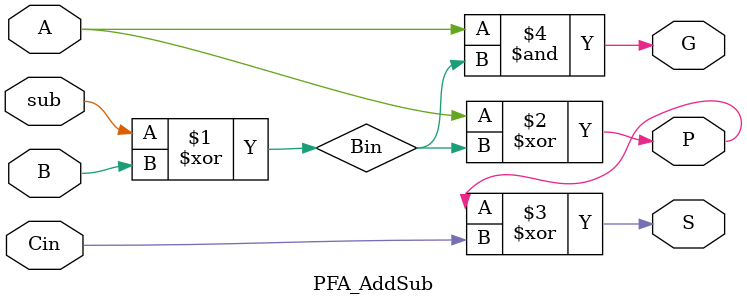
<source format=v>
module PFA_AddSub(A, B, sub, Cin, P, G, S);
input A,B, Cin;
input sub; //choose between add or sub
output P, G, S; //Prigate and Generate for carry look ahead chain
//partial full adder logic
wire Bin; //Bin allows for add or sub of B so now can choose between add or sub
assign Bin = sub ^ B;
assign P= A^ Bin;
assign S = P ^ Cin;
assign G = A & Bin;
endmodule 

</source>
